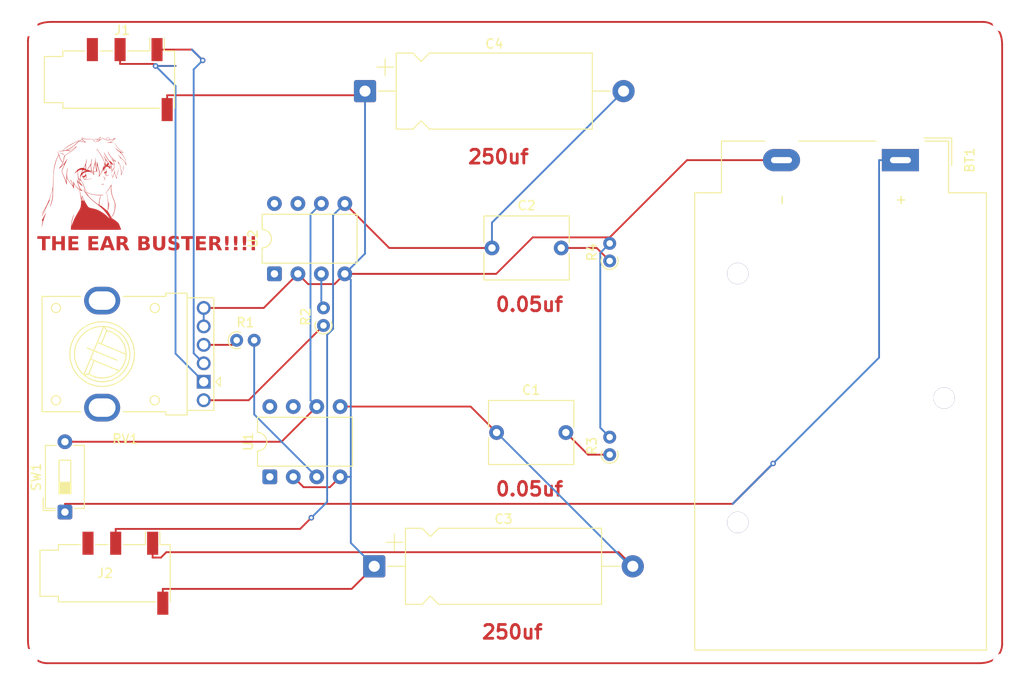
<source format=kicad_pcb>
(kicad_pcb (version 20241229) (generator "pcbnew") (generator_version "9.0")
  (layers (0 "F.Cu" signal) (2 "B.Cu" signal) (13 "F.Paste" user) (15 "B.Paste" user) (5 "F.SilkS" user "F.Silkscreen") (7 "B.SilkS" user "B.Silkscreen") (1 "F.Mask" user) (3 "B.Mask" user) (25 "Edge.Cuts" user))
  (net 0 "")
  (net 1 "GND")
  (net 2 "Net-(BT1-+)")
  (net 3 "Net-(C1-Pad2)")
  (net 4 "Net-(C1-Pad1)")
  (net 5 "Net-(C2-Pad1)")
  (net 6 "Net-(C2-Pad2)")
  (net 7 "Net-(J1-PadT)")
  (net 8 "Net-(U1-+)")
  (net 9 "Net-(U2-+)")
  (net 10 "Net-(J1-PadR)")
  (net 11 "Net-(SW1-B)")
  (net 18 "Net-(R1-Pad1)")
  (net 19 "Net-(R2-Pad1)")
  (footprint "Connector_Audio:Jack_3.5mm_PJ320D_Horizontal" (layer "F.Cu") (at 92.175 106.75)
    (property "Reference" "J2")
    (property "Value" "AudioJack3")
  )
  (footprint "MountingHole:MountingHole_2.1mm" (layer "F.Cu") (at 188 47)
    (property "Reference" "REF**" (hide yes))
    (property "Value" "MountingHole_2.1mm" (hide yes))
  )
  (footprint "Resistor_THT:R_Axial_DIN0204_L3.6mm_D1.6mm_P1.90mm_Vertical" (layer "F.Cu") (at 114.5 79.9 90)
    (property "Reference" "R2")
    (property "Value" "R")
  )
  (footprint "Battery:BatteryHolder_MPD_BA9VPC_1xPP3" (layer "F.Cu") (at 176.985 61.98 -90)
    (property "Reference" "BT1")
    (property "Value" "Battery")
  )
  (footprint "Resistor_THT:R_Axial_DIN0204_L3.6mm_D1.6mm_P1.90mm_Vertical" (layer "F.Cu") (at 105.1 81.5)
    (property "Reference" "R1")
    (property "Value" "R")
  )
  (footprint "Connector_Audio:Jack_3.5mm_PJ320D_Horizontal" (layer "F.Cu") (at 92.65 53.25)
    (property "Reference" "J1")
    (property "Value" "AudioJack3")
  )
  (footprint "Package_DIP:DIP-8_W7.62mm" (layer "F.Cu") (at 108.69 96.305 90)
    (property "Reference" "U1")
    (property "Value" "LM386")
  )
  (footprint "Button_Switch_THT:SW_DIP_SPSTx01_Slide_6.7x4.1mm_W7.62mm_P2.54mm_LowProfile" (layer "F.Cu") (at 86.5 100.12 90)
    (property "Reference" "SW1")
    (property "Value" "SW_SPST")
  )
  (footprint "MountingHole:MountingHole_2.1mm" (layer "F.Cu") (at 82.5 116)
    (property "Reference" "REF**" (hide yes))
    (property "Value" "MountingHole_2.1mm" (hide yes))
  )
  (footprint "Package_DIP:DIP-8_W7.62mm" (layer "F.Cu") (at 109.19 74.305 90)
    (property "Reference" "U2")
    (property "Value" "LM386")
  )
  (footprint "Capacitor_THT:C_Rect_L9.0mm_W6.7mm_P7.50mm_MKT" (layer "F.Cu") (at 132.75 71.5)
    (property "Reference" "C2")
    (property "Value" "C")
  )
  (footprint "Capacitor_THT:CP_Axial_L21.0mm_D8.0mm_P28.00mm_Horizontal" (layer "F.Cu") (at 119 54.5)
    (property "Reference" "C4")
    (property "Value" "C")
  )
  (footprint "Capacitor_THT:C_Rect_L9.0mm_W6.7mm_P7.50mm_MKT" (layer "F.Cu") (at 133.25 91.5)
    (property "Reference" "C1")
    (property "Value" "C")
  )
  (footprint "inuyasha:inuyashafp" (layer "F.Cu") (at 89 64.5)
    (property "Reference" "G***" (hide yes))
    (property "Value" "LOGO" (hide yes))
  )
  (footprint "Capacitor_THT:CP_Axial_L21.0mm_D8.0mm_P28.00mm_Horizontal" (layer "F.Cu") (at 120 106)
    (property "Reference" "C3")
    (property "Value" "C")
  )
  (footprint "MountingHole:MountingHole_2.1mm" (layer "F.Cu") (at 82.5 47.5)
    (property "Reference" "REF**" (hide yes))
    (property "Value" "MountingHole_2.1mm" (hide yes))
  )
  (footprint "Resistor_THT:R_Axial_DIN0204_L3.6mm_D1.6mm_P1.90mm_Vertical" (layer "F.Cu") (at 145.5 72.905 90)
    (property "Reference" "R4")
    (property "Value" "R")
  )
  (footprint "Potentiometer_THT:Potentiometer_Bourns_PTV112-4_Dual_Vertical" (layer "F.Cu") (at 101.5325 86 180)
    (property "Reference" "RV1")
    (property "Value" "R_Potentiometer_Dual")
  )
  (footprint "MountingHole:MountingHole_2.1mm" (layer "F.Cu") (at 188 116.5)
    (property "Reference" "REF**" (hide yes))
    (property "Value" "MountingHole_2.1mm" (hide yes))
  )
  (footprint "Resistor_THT:R_Axial_DIN0204_L3.6mm_D1.6mm_P1.90mm_Vertical" (layer "F.Cu") (at 145.5 93.9 90)
    (property "Reference" "R3")
    (property "Value" "R")
  )
  (gr_curve (pts (xy 82.5 114) (xy 82.5 116.5) (xy 84.5 116.5) (xy 84.5 116.5)) (stroke (width 0.2)) (layer "F.Cu"))
  (gr_line (start 84.5 116.5) (end 185.5 116.5) (stroke (width 0.2)) (layer "F.Cu"))
  (gr_line (start 188 114.5) (end 188 49.5) (stroke (width 0.2)) (layer "F.Cu"))
  (gr_curve (pts (xy 188 49.5) (xy 188 47) (xy 186 47) (xy 186 47)) (stroke (width 0.2)) (layer "F.Cu"))
  (gr_curve (pts (xy 185.5 116.5) (xy 188 116.5) (xy 188 114.5) (xy 188 114.5)) (stroke (width 0.2)) (layer "F.Cu"))
  (gr_curve (pts (xy 85 47) (xy 82.5 47) (xy 82.5 49) (xy 82.5 49)) (stroke (width 0.2)) (layer "F.Cu"))
  (gr_line (start 186 47) (end 85 47) (stroke (width 0.2)) (layer "F.Cu"))
  (gr_line (start 82.5 49) (end 82.5 114) (stroke (width 0.2)) (layer "F.Cu"))
  (gr_text "0.05uf" (at 133 78.5 -0) (layer "F.Cu") (effects (font (size 1.5 1.5) (thickness 0.3) (bold yes)) (justify left bottom)))
  (gr_text "250uf" (at 131.5 114 -0) (layer "F.Cu") (effects (font (size 1.5 1.5) (thickness 0.3) (bold yes)) (justify left bottom)))
  (gr_text "THE EAR BUSTER!!!!" (at 83.5 72 0) (layer "F.Cu") (effects (font (size 1.5 1.5) (thickness 0.3) (bold yes)) (justify left bottom)))
  (gr_text "0.05uf" (at 133 98.5 -0) (layer "F.Cu") (effects (font (size 1.5 1.5) (thickness 0.3) (bold yes)) (justify left bottom)))
  (gr_text "250uf" (at 130 62.5 -0) (layer "F.Cu") (effects (font (size 1.5 1.5) (thickness 0.3) (bold yes)) (justify left bottom)))
  (segment (start 97.575 54.9483) (end 118.5517 54.9483) (width 0.2) (layer "F.Cu") (net 1))
  (segment (start 137.1592 70.3525) (end 133.2067 74.305) (width 0.2) (layer "F.Cu") (net 1))
  (segment (start 117.5517 108.4483) (end 120 106) (width 0.2) (layer "F.Cu") (net 1))
  (segment (start 112.8365 75.4115) (end 111.73 74.305) (width 0.2) (layer "F.Cu") (net 1))
  (segment (start 97.1 108.4483) (end 117.5517 108.4483) (width 0.2) (layer "F.Cu") (net 1))
  (segment (start 115.7035 75.4115) (end 112.8365 75.4115) (width 0.2) (layer "F.Cu") (net 1))
  (segment (start 153.8725 61.98) (end 145.5 70.3525) (width 0.2) (layer "F.Cu") (net 1))
  (segment (start 108.035 78) (end 111.73 74.305) (width 0.2) (layer "F.Cu") (net 1))
  (segment (start 116.31 96.305) (end 115.1887 97.4263) (width 0.2) (layer "F.Cu") (net 1))
  (segment (start 164.105 61.98) (end 153.8725 61.98) (width 0.2) (layer "F.Cu") (net 1))
  (segment (start 145.5 70.3525) (end 145.5 71.005) (width 0.2) (layer "F.Cu") (net 1))
  (segment (start 133.2067 74.305) (end 116.81 74.305) (width 0.2) (layer "F.Cu") (net 1))
  (segment (start 116.81 74.305) (end 115.7035 75.4115) (width 0.2) (layer "F.Cu") (net 1))
  (segment (start 97.1 110) (end 97.1 108.4483) (width 0.2) (layer "F.Cu") (net 1))
  (segment (start 97.575 56.5) (end 97.575 54.9483) (width 0.2) (layer "F.Cu") (net 1))
  (segment (start 145.5 70.3525) (end 137.1592 70.3525) (width 0.2) (layer "F.Cu") (net 1))
  (segment (start 112.3513 97.4263) (end 111.23 96.305) (width 0.2) (layer "F.Cu") (net 1))
  (segment (start 115.1887 97.4263) (end 112.3513 97.4263) (width 0.2) (layer "F.Cu") (net 1))
  (segment (start 118.5517 54.9483) (end 119 54.5) (width 0.2) (layer "F.Cu") (net 1))
  (segment (start 101.5325 78) (end 108.035 78) (width 0.2) (layer "F.Cu") (net 1))
  (segment (start 117.46 96.305) (end 117.46 103.46) (width 0.2) (layer "B.Cu") (net 1))
  (segment (start 101.5325 80) (end 101.5325 78) (width 0.2) (layer "B.Cu") (net 1))
  (segment (start 117.46 96.305) (end 117.46 74.955) (width 0.2) (layer "B.Cu") (net 1))
  (segment (start 116.31 96.305) (end 117.46 96.305) (width 0.2) (layer "B.Cu") (net 1))
  (segment (start 117.46 74.955) (end 116.81 74.305) (width 0.2) (layer "B.Cu") (net 1))
  (segment (start 119 54.5) (end 119 72.115) (width 0.2) (layer "B.Cu") (net 1))
  (segment (start 119 72.115) (end 116.81 74.305) (width 0.2) (layer "B.Cu") (net 1))
  (segment (start 144.4792 72.0258) (end 144.4792 90.9792) (width 0.2) (layer "B.Cu") (net 1))
  (segment (start 145.5 71.005) (end 144.4792 72.0258) (width 0.2) (layer "B.Cu") (net 1))
  (segment (start 144.4792 90.9792) (end 145.5 92) (width 0.2) (layer "B.Cu") (net 1))
  (segment (start 117.46 103.46) (end 120 106) (width 0.2) (layer "B.Cu") (net 1))
  (segment (start 158.823 99.23) (end 86.5 99.23) (width 0.2) (layer "F.Cu") (net 2))
  (segment (start 163.1968 94.8562) (end 158.823 99.23) (width 0.2) (layer "F.Cu") (net 2))
  (segment (start 158.823 99.23) (end 163.1968 94.8562) (width 0.2) (layer "F.Cu") (net 2))
  (segment (start 163.1968 94.8562) (end 158.823 99.23) (width 0.2) (layer "F.Cu") (net 2))
  (via (at 163.1968 94.8562) (size 0.6) (drill 0.3) (layers "F.Cu" "B.Cu") (net 2))
  (segment (start 176.985 61.98) (end 174.6733 61.98) (width 0.2) (layer "B.Cu") (net 2))
  (segment (start 158.823 99.23) (end 163.1968 94.8562) (width 0.2) (layer "B.Cu") (net 2))
  (segment (start 174.6733 61.98) (end 174.6733 83.3797) (width 0.2) (layer "B.Cu") (net 2))
  (segment (start 163.1968 94.8562) (end 158.823 99.23) (width 0.2) (layer "B.Cu") (net 2))
  (segment (start 174.6733 83.3797) (end 163.1968 94.8562) (width 0.2) (layer "B.Cu") (net 2))
  (segment (start 143.15 93.9) (end 140.75 91.5) (width 0.2) (layer "F.Cu") (net 3))
  (segment (start 145.5 93.9) (end 143.15 93.9) (width 0.2) (layer "F.Cu") (net 3))
  (segment (start 96.9017 105.0517) (end 96 105.0517) (width 0.2) (layer "F.Cu") (net 4))
  (segment (start 97.4837 104.4697) (end 96.9017 105.0517) (width 0.2) (layer "F.Cu") (net 4))
  (segment (start 116.31 88.685) (end 130.435 88.685) (width 0.2) (layer "F.Cu") (net 4))
  (segment (start 146.4697 104.4697) (end 97.4837 104.4697) (width 0.2) (layer "F.Cu") (net 4))
  (segment (start 96 103.5) (end 96 105.0517) (width 0.2) (layer "F.Cu") (net 4))
  (segment (start 130.435 88.685) (end 133.25 91.5) (width 0.2) (layer "F.Cu") (net 4))
  (segment (start 148 106) (end 146.4697 104.4697) (width 0.2) (layer "F.Cu") (net 4))
  (segment (start 147.75 106) (end 148 106) (width 0.2) (layer "B.Cu") (net 4))
  (segment (start 133.25 91.5) (end 147.75 106) (width 0.2) (layer "B.Cu") (net 4))
  (segment (start 111.9733 101.9483) (end 113.1879 100.7337) (width 0.2) (layer "F.Cu") (net 5))
  (segment (start 121.625 71.5) (end 116.81 66.685) (width 0.2) (layer "F.Cu") (net 5))
  (segment (start 92 101.9483) (end 111.9733 101.9483) (width 0.2) (layer "F.Cu") (net 5))
  (segment (start 132.75 71.5) (end 121.625 71.5) (width 0.2) (layer "F.Cu") (net 5))
  (segment (start 92 103.5) (end 92 101.9483) (width 0.2) (layer "F.Cu") (net 5))
  (via (at 113.1879 100.7337) (size 0.6) (drill 0.3) (layers "F.Cu" "B.Cu") (net 5))
  (segment (start 114.8985 80.9182) (end 115.54 80.2767) (width 0.2) (layer "B.Cu") (net 5))
  (segment (start 113.1879 100.7337) (end 114.8985 99.0231) (width 0.2) (layer "B.Cu") (net 5))
  (segment (start 115.54 80.2767) (end 115.54 67.955) (width 0.2) (layer "B.Cu") (net 5))
  (segment (start 132.75 68.75) (end 132.75 71.5) (width 0.2) (layer "B.Cu") (net 5))
  (segment (start 114.8985 99.0231) (end 114.8985 80.9182) (width 0.2) (layer "B.Cu") (net 5))
  (segment (start 147 54.5) (end 132.75 68.75) (width 0.2) (layer "B.Cu") (net 5))
  (segment (start 115.54 67.955) (end 116.81 66.685) (width 0.2) (layer "B.Cu") (net 5))
  (segment (start 140.25 71.5) (end 144.095 71.5) (width 0.2) (layer "F.Cu") (net 6))
  (segment (start 144.095 71.5) (end 145.5 72.905) (width 0.2) (layer "F.Cu") (net 6))
  (segment (start 101.4211 51.1687) (end 100.2524 50) (width 0.2) (layer "F.Cu") (net 7))
  (segment (start 101.4211 51.1687) (end 100.2524 50) (width 0.2) (layer "F.Cu") (net 7))
  (segment (start 100.2524 50) (end 101.4211 51.1687) (width 0.2) (layer "F.Cu") (net 7))
  (segment (start 100.2524 50) (end 96.475 50) (width 0.2) (layer "F.Cu") (net 7))
  (via (at 101.4211 51.1687) (size 0.6) (drill 0.3) (layers "F.Cu" "B.Cu") (net 7))
  (segment (start 101.4211 51.1687) (end 100.2524 50) (width 0.2) (layer "B.Cu") (net 7))
  (segment (start 100.446 52.1438) (end 101.4211 51.1687) (width 0.2) (layer "B.Cu") (net 7))
  (segment (start 100.446 82.9135) (end 100.446 52.1438) (width 0.2) (layer "B.Cu") (net 7))
  (segment (start 100.2524 50) (end 101.4211 51.1687) (width 0.2) (layer "B.Cu") (net 7))
  (segment (start 101.5325 84) (end 100.446 82.9135) (width 0.2) (layer "B.Cu") (net 7))
  (segment (start 113.77 96.305) (end 107 89.535) (width 0.2) (layer "B.Cu") (net 8))
  (segment (start 107 89.535) (end 107 81.5) (width 0.2) (layer "B.Cu") (net 8))
  (segment (start 114.27 77.77) (end 114.5 78) (width 0.2) (layer "B.Cu") (net 9))
  (segment (start 114.27 74.305) (end 114.27 77.77) (width 0.2) (layer "B.Cu") (net 9))
  (segment (start 92.475 50) (end 92.475 51.5517) (width 0.2) (layer "F.Cu") (net 10))
  (segment (start 98.4794 51.7754) (end 96.3173 51.7754) (width 0.2) (layer "F.Cu") (net 10))
  (segment (start 92.475 51.5517) (end 96.0936 51.5517) (width 0.2) (layer "F.Cu") (net 10))
  (segment (start 96.0936 51.5517) (end 96.3173 51.7754) (width 0.2) (layer "F.Cu") (net 10))
  (segment (start 96.3173 51.7754) (end 98.4794 51.7754) (width 0.2) (layer "F.Cu") (net 10))
  (via (at 96.3173 51.7754) (size 0.6) (drill 0.3) (layers "F.Cu" "B.Cu") (net 10))
  (segment (start 98.4794 53.9375) (end 98.4794 82.9469) (width 0.2) (layer "B.Cu") (net 10))
  (segment (start 98.4794 82.9469) (end 101.5325 86) (width 0.2) (layer "B.Cu") (net 10))
  (segment (start 98.4794 53.9375) (end 96.3173 51.7754) (width 0.2) (layer "B.Cu") (net 10))
  (segment (start 98.4794 51.7754) (end 96.3173 51.7754) (width 0.2) (layer "B.Cu") (net 10))
  (segment (start 113.77 88.685) (end 109.955 92.5) (width 0.2) (layer "F.Cu") (net 11))
  (segment (start 109.955 92.5) (end 86.5 92.5) (width 0.2) (layer "F.Cu") (net 11))
  (segment (start 113.0962 88.0112) (end 113.77 88.685) (width 0.2) (layer "B.Cu") (net 11))
  (segment (start 113.0962 67.8588) (end 113.0962 88.0112) (width 0.2) (layer "B.Cu") (net 11))
  (segment (start 114.27 66.685) (end 113.0962 67.8588) (width 0.2) (layer "B.Cu") (net 11))
  (segment (start 101.5325 82) (end 104.6 82) (width 0.2) (layer "F.Cu") (net 18))
  (segment (start 104.6 82) (end 105.1 81.5) (width 0.2) (layer "F.Cu") (net 18))
  (segment (start 106.4 88) (end 101.5325 88) (width 0.2) (layer "F.Cu") (net 19))
  (segment (start 114.5 79.9) (end 106.4 88) (width 0.2) (layer "F.Cu") (net 19))
)
</source>
